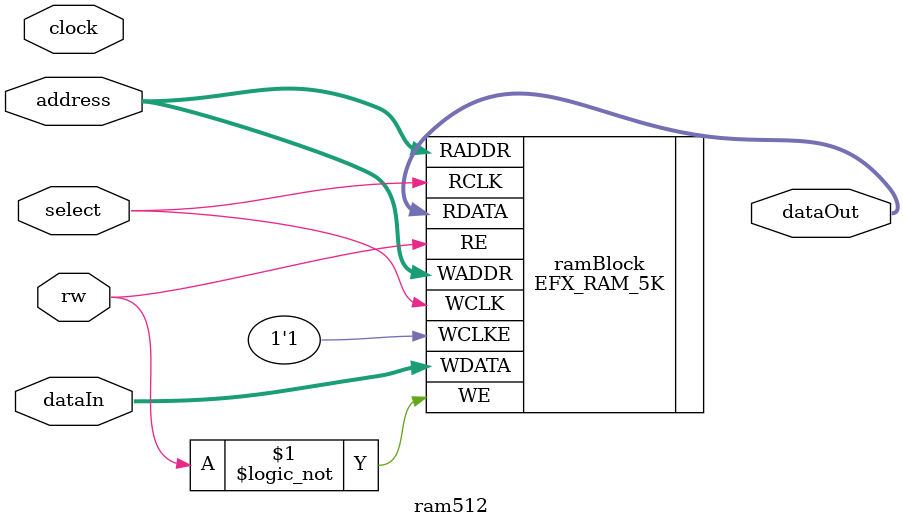
<source format=v>
/* ------------------------------------------------------------------
 * 512 byte RAM
 *
 * Copyright (C) 2022 Damian Wildie
 * ------------------------------------------------------------------*/
module ram512
(
    input        clock,
    input [8:0]  address,
    input        select,
    input        rw,
    input [7:0]  dataIn,
    output [7:0] dataOut
);

EFX_RAM_5K # (
    .READ_WIDTH(8),        // 512 x 8
    .WRITE_WIDTH(8),       // 512 x 8
    .OUTPUT_REG(1'b0),     // 1 add pipe-line read register
    .RCLK_POLARITY(1'b1),  // 0 falling edge, 1 rising edge
    .RE_POLARITY(1'b1),    // 0 active low, 1 active high
    .WCLK_POLARITY(1'b1),  // 0 falling edge, 1 rising edge
    .WE_POLARITY(1'b1),    // 0 active low, 1 active high
    .WCLKE_POLARITY(1'b1), // 0 active low, 1 active high
    .WRITE_MODE("READ_FIRST"),
    .INIT_0(256'h0000000000000000000000000000000000000000000000000000000000000000),
    .INIT_1(256'h0000000000000000000000000000000000000000000000000000000000000000),
    .INIT_2(256'h0000000000000000000000000000000000000000000000000000000000000000),
    .INIT_3(256'h0000000000000000000000000000000000000000000000000000000000000000),
    .INIT_4(256'h0000000000000000000000000000000000000000000000000000000000000000),
    .INIT_5(256'h0000000000000000000000000000000000000000000000000000000000000000),
    .INIT_6(256'h0000000000000000000000000000000000000000000000000000000000000000),
    .INIT_7(256'h0000000000000000000000000000000000000000000000000000000000000000),
    .INIT_8(256'h0000000000000000000000000000000000000000000000000000000000000000),
    .INIT_9(256'h0000000000000000000000000000000000000000000000000000000000000000),
    .INIT_A(256'h0000000000000000000000000000000000000000000000000000000000000000),
    .INIT_B(256'h0000000000000000000000000000000000000000000000000000000000000000),
    .INIT_C(256'h0000000000000000000000000000000000000000000000000000000000000000),
    .INIT_D(256'h0000000000000000000000000000000000000000000000000000000000000000),
    .INIT_E(256'h0000000000000000000000000000000000000000000000000000000000000000),
    .INIT_F(256'h0000000000000000000000000000000000000000000000000000000000000000),
    .INIT_10(256'h0000000000000000000000000000000000000000000000000000000000000000),
    .INIT_11(256'h0000000000000000000000000000000000000000000000000000000000000000),
    .INIT_12(256'h0000000000000000000000000000000000000000000000000000000000000000),
    .INIT_13(256'h0000000000000000000000000000000000000000000000000000000000000000)
) ramBlock (
    .RDATA(dataOut),     // Read data output
    .RADDR(address),     // Read address input
    .RCLK(select),       // Read clock input
    .RE(rw),             // Read-enable input
    .WDATA(dataIn),      // Write data input
    .WADDR(address),     // Write address input
    .WCLK(select),       // Write clock input
    .WE(!rw),            // Write-enable input
    .WCLKE(1'b1)         // Write clock-enable input
);
endmodule

</source>
